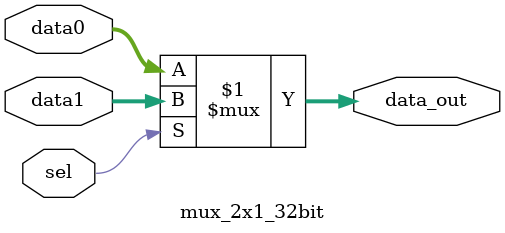
<source format=v>
/* verilator lint_off MULTITOP */
`timescale 1ns / 1ns

module mux_2x1_32bit(
    input [31:0] data0,data1 ,
    input sel,
    output [31:0] data_out
    );
    
    assign data_out = sel ? data1 : data0;
endmodule

</source>
